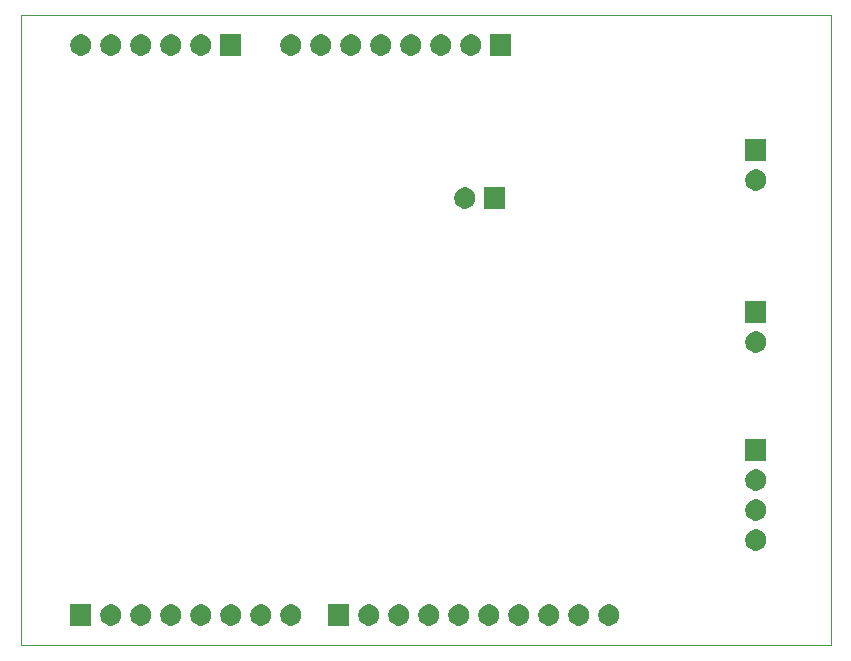
<source format=gbs>
G04 #@! TF.GenerationSoftware,KiCad,Pcbnew,(5.1.5)-2*
G04 #@! TF.CreationDate,2021-06-18T18:05:22+02:00*
G04 #@! TF.ProjectId,IMX_MULTIPROTOCOL,494d585f-4d55-44c5-9449-50524f544f43,rev?*
G04 #@! TF.SameCoordinates,Original*
G04 #@! TF.FileFunction,Soldermask,Bot*
G04 #@! TF.FilePolarity,Negative*
%FSLAX46Y46*%
G04 Gerber Fmt 4.6, Leading zero omitted, Abs format (unit mm)*
G04 Created by KiCad (PCBNEW (5.1.5)-2) date 2021-06-18 18:05:22*
%MOMM*%
%LPD*%
G04 APERTURE LIST*
%ADD10C,0.050000*%
%ADD11C,0.100000*%
G04 APERTURE END LIST*
D10*
X100000000Y-46700000D02*
X168600000Y-46700000D01*
X168600000Y-100000000D02*
X168600000Y-46700000D01*
X100000000Y-100000000D02*
X100000000Y-46700000D01*
X100000000Y-100000000D02*
X168600000Y-100000000D01*
D11*
G36*
X120453512Y-96563927D02*
G01*
X120602812Y-96593624D01*
X120766784Y-96661544D01*
X120914354Y-96760147D01*
X121039853Y-96885646D01*
X121138456Y-97033216D01*
X121206376Y-97197188D01*
X121241000Y-97371259D01*
X121241000Y-97548741D01*
X121206376Y-97722812D01*
X121138456Y-97886784D01*
X121039853Y-98034354D01*
X120914354Y-98159853D01*
X120766784Y-98258456D01*
X120602812Y-98326376D01*
X120453512Y-98356073D01*
X120428742Y-98361000D01*
X120251258Y-98361000D01*
X120226488Y-98356073D01*
X120077188Y-98326376D01*
X119913216Y-98258456D01*
X119765646Y-98159853D01*
X119640147Y-98034354D01*
X119541544Y-97886784D01*
X119473624Y-97722812D01*
X119439000Y-97548741D01*
X119439000Y-97371259D01*
X119473624Y-97197188D01*
X119541544Y-97033216D01*
X119640147Y-96885646D01*
X119765646Y-96760147D01*
X119913216Y-96661544D01*
X120077188Y-96593624D01*
X120226488Y-96563927D01*
X120251258Y-96559000D01*
X120428742Y-96559000D01*
X120453512Y-96563927D01*
G37*
G36*
X127845000Y-98361000D02*
G01*
X126043000Y-98361000D01*
X126043000Y-96559000D01*
X127845000Y-96559000D01*
X127845000Y-98361000D01*
G37*
G36*
X106001000Y-98361000D02*
G01*
X104199000Y-98361000D01*
X104199000Y-96559000D01*
X106001000Y-96559000D01*
X106001000Y-98361000D01*
G37*
G36*
X107753512Y-96563927D02*
G01*
X107902812Y-96593624D01*
X108066784Y-96661544D01*
X108214354Y-96760147D01*
X108339853Y-96885646D01*
X108438456Y-97033216D01*
X108506376Y-97197188D01*
X108541000Y-97371259D01*
X108541000Y-97548741D01*
X108506376Y-97722812D01*
X108438456Y-97886784D01*
X108339853Y-98034354D01*
X108214354Y-98159853D01*
X108066784Y-98258456D01*
X107902812Y-98326376D01*
X107753512Y-98356073D01*
X107728742Y-98361000D01*
X107551258Y-98361000D01*
X107526488Y-98356073D01*
X107377188Y-98326376D01*
X107213216Y-98258456D01*
X107065646Y-98159853D01*
X106940147Y-98034354D01*
X106841544Y-97886784D01*
X106773624Y-97722812D01*
X106739000Y-97548741D01*
X106739000Y-97371259D01*
X106773624Y-97197188D01*
X106841544Y-97033216D01*
X106940147Y-96885646D01*
X107065646Y-96760147D01*
X107213216Y-96661544D01*
X107377188Y-96593624D01*
X107526488Y-96563927D01*
X107551258Y-96559000D01*
X107728742Y-96559000D01*
X107753512Y-96563927D01*
G37*
G36*
X110293512Y-96563927D02*
G01*
X110442812Y-96593624D01*
X110606784Y-96661544D01*
X110754354Y-96760147D01*
X110879853Y-96885646D01*
X110978456Y-97033216D01*
X111046376Y-97197188D01*
X111081000Y-97371259D01*
X111081000Y-97548741D01*
X111046376Y-97722812D01*
X110978456Y-97886784D01*
X110879853Y-98034354D01*
X110754354Y-98159853D01*
X110606784Y-98258456D01*
X110442812Y-98326376D01*
X110293512Y-98356073D01*
X110268742Y-98361000D01*
X110091258Y-98361000D01*
X110066488Y-98356073D01*
X109917188Y-98326376D01*
X109753216Y-98258456D01*
X109605646Y-98159853D01*
X109480147Y-98034354D01*
X109381544Y-97886784D01*
X109313624Y-97722812D01*
X109279000Y-97548741D01*
X109279000Y-97371259D01*
X109313624Y-97197188D01*
X109381544Y-97033216D01*
X109480147Y-96885646D01*
X109605646Y-96760147D01*
X109753216Y-96661544D01*
X109917188Y-96593624D01*
X110066488Y-96563927D01*
X110091258Y-96559000D01*
X110268742Y-96559000D01*
X110293512Y-96563927D01*
G37*
G36*
X112833512Y-96563927D02*
G01*
X112982812Y-96593624D01*
X113146784Y-96661544D01*
X113294354Y-96760147D01*
X113419853Y-96885646D01*
X113518456Y-97033216D01*
X113586376Y-97197188D01*
X113621000Y-97371259D01*
X113621000Y-97548741D01*
X113586376Y-97722812D01*
X113518456Y-97886784D01*
X113419853Y-98034354D01*
X113294354Y-98159853D01*
X113146784Y-98258456D01*
X112982812Y-98326376D01*
X112833512Y-98356073D01*
X112808742Y-98361000D01*
X112631258Y-98361000D01*
X112606488Y-98356073D01*
X112457188Y-98326376D01*
X112293216Y-98258456D01*
X112145646Y-98159853D01*
X112020147Y-98034354D01*
X111921544Y-97886784D01*
X111853624Y-97722812D01*
X111819000Y-97548741D01*
X111819000Y-97371259D01*
X111853624Y-97197188D01*
X111921544Y-97033216D01*
X112020147Y-96885646D01*
X112145646Y-96760147D01*
X112293216Y-96661544D01*
X112457188Y-96593624D01*
X112606488Y-96563927D01*
X112631258Y-96559000D01*
X112808742Y-96559000D01*
X112833512Y-96563927D01*
G37*
G36*
X115373512Y-96563927D02*
G01*
X115522812Y-96593624D01*
X115686784Y-96661544D01*
X115834354Y-96760147D01*
X115959853Y-96885646D01*
X116058456Y-97033216D01*
X116126376Y-97197188D01*
X116161000Y-97371259D01*
X116161000Y-97548741D01*
X116126376Y-97722812D01*
X116058456Y-97886784D01*
X115959853Y-98034354D01*
X115834354Y-98159853D01*
X115686784Y-98258456D01*
X115522812Y-98326376D01*
X115373512Y-98356073D01*
X115348742Y-98361000D01*
X115171258Y-98361000D01*
X115146488Y-98356073D01*
X114997188Y-98326376D01*
X114833216Y-98258456D01*
X114685646Y-98159853D01*
X114560147Y-98034354D01*
X114461544Y-97886784D01*
X114393624Y-97722812D01*
X114359000Y-97548741D01*
X114359000Y-97371259D01*
X114393624Y-97197188D01*
X114461544Y-97033216D01*
X114560147Y-96885646D01*
X114685646Y-96760147D01*
X114833216Y-96661544D01*
X114997188Y-96593624D01*
X115146488Y-96563927D01*
X115171258Y-96559000D01*
X115348742Y-96559000D01*
X115373512Y-96563927D01*
G37*
G36*
X117913512Y-96563927D02*
G01*
X118062812Y-96593624D01*
X118226784Y-96661544D01*
X118374354Y-96760147D01*
X118499853Y-96885646D01*
X118598456Y-97033216D01*
X118666376Y-97197188D01*
X118701000Y-97371259D01*
X118701000Y-97548741D01*
X118666376Y-97722812D01*
X118598456Y-97886784D01*
X118499853Y-98034354D01*
X118374354Y-98159853D01*
X118226784Y-98258456D01*
X118062812Y-98326376D01*
X117913512Y-98356073D01*
X117888742Y-98361000D01*
X117711258Y-98361000D01*
X117686488Y-98356073D01*
X117537188Y-98326376D01*
X117373216Y-98258456D01*
X117225646Y-98159853D01*
X117100147Y-98034354D01*
X117001544Y-97886784D01*
X116933624Y-97722812D01*
X116899000Y-97548741D01*
X116899000Y-97371259D01*
X116933624Y-97197188D01*
X117001544Y-97033216D01*
X117100147Y-96885646D01*
X117225646Y-96760147D01*
X117373216Y-96661544D01*
X117537188Y-96593624D01*
X117686488Y-96563927D01*
X117711258Y-96559000D01*
X117888742Y-96559000D01*
X117913512Y-96563927D01*
G37*
G36*
X122993512Y-96563927D02*
G01*
X123142812Y-96593624D01*
X123306784Y-96661544D01*
X123454354Y-96760147D01*
X123579853Y-96885646D01*
X123678456Y-97033216D01*
X123746376Y-97197188D01*
X123781000Y-97371259D01*
X123781000Y-97548741D01*
X123746376Y-97722812D01*
X123678456Y-97886784D01*
X123579853Y-98034354D01*
X123454354Y-98159853D01*
X123306784Y-98258456D01*
X123142812Y-98326376D01*
X122993512Y-98356073D01*
X122968742Y-98361000D01*
X122791258Y-98361000D01*
X122766488Y-98356073D01*
X122617188Y-98326376D01*
X122453216Y-98258456D01*
X122305646Y-98159853D01*
X122180147Y-98034354D01*
X122081544Y-97886784D01*
X122013624Y-97722812D01*
X121979000Y-97548741D01*
X121979000Y-97371259D01*
X122013624Y-97197188D01*
X122081544Y-97033216D01*
X122180147Y-96885646D01*
X122305646Y-96760147D01*
X122453216Y-96661544D01*
X122617188Y-96593624D01*
X122766488Y-96563927D01*
X122791258Y-96559000D01*
X122968742Y-96559000D01*
X122993512Y-96563927D01*
G37*
G36*
X129597512Y-96563927D02*
G01*
X129746812Y-96593624D01*
X129910784Y-96661544D01*
X130058354Y-96760147D01*
X130183853Y-96885646D01*
X130282456Y-97033216D01*
X130350376Y-97197188D01*
X130385000Y-97371259D01*
X130385000Y-97548741D01*
X130350376Y-97722812D01*
X130282456Y-97886784D01*
X130183853Y-98034354D01*
X130058354Y-98159853D01*
X129910784Y-98258456D01*
X129746812Y-98326376D01*
X129597512Y-98356073D01*
X129572742Y-98361000D01*
X129395258Y-98361000D01*
X129370488Y-98356073D01*
X129221188Y-98326376D01*
X129057216Y-98258456D01*
X128909646Y-98159853D01*
X128784147Y-98034354D01*
X128685544Y-97886784D01*
X128617624Y-97722812D01*
X128583000Y-97548741D01*
X128583000Y-97371259D01*
X128617624Y-97197188D01*
X128685544Y-97033216D01*
X128784147Y-96885646D01*
X128909646Y-96760147D01*
X129057216Y-96661544D01*
X129221188Y-96593624D01*
X129370488Y-96563927D01*
X129395258Y-96559000D01*
X129572742Y-96559000D01*
X129597512Y-96563927D01*
G37*
G36*
X132137512Y-96563927D02*
G01*
X132286812Y-96593624D01*
X132450784Y-96661544D01*
X132598354Y-96760147D01*
X132723853Y-96885646D01*
X132822456Y-97033216D01*
X132890376Y-97197188D01*
X132925000Y-97371259D01*
X132925000Y-97548741D01*
X132890376Y-97722812D01*
X132822456Y-97886784D01*
X132723853Y-98034354D01*
X132598354Y-98159853D01*
X132450784Y-98258456D01*
X132286812Y-98326376D01*
X132137512Y-98356073D01*
X132112742Y-98361000D01*
X131935258Y-98361000D01*
X131910488Y-98356073D01*
X131761188Y-98326376D01*
X131597216Y-98258456D01*
X131449646Y-98159853D01*
X131324147Y-98034354D01*
X131225544Y-97886784D01*
X131157624Y-97722812D01*
X131123000Y-97548741D01*
X131123000Y-97371259D01*
X131157624Y-97197188D01*
X131225544Y-97033216D01*
X131324147Y-96885646D01*
X131449646Y-96760147D01*
X131597216Y-96661544D01*
X131761188Y-96593624D01*
X131910488Y-96563927D01*
X131935258Y-96559000D01*
X132112742Y-96559000D01*
X132137512Y-96563927D01*
G37*
G36*
X134677512Y-96563927D02*
G01*
X134826812Y-96593624D01*
X134990784Y-96661544D01*
X135138354Y-96760147D01*
X135263853Y-96885646D01*
X135362456Y-97033216D01*
X135430376Y-97197188D01*
X135465000Y-97371259D01*
X135465000Y-97548741D01*
X135430376Y-97722812D01*
X135362456Y-97886784D01*
X135263853Y-98034354D01*
X135138354Y-98159853D01*
X134990784Y-98258456D01*
X134826812Y-98326376D01*
X134677512Y-98356073D01*
X134652742Y-98361000D01*
X134475258Y-98361000D01*
X134450488Y-98356073D01*
X134301188Y-98326376D01*
X134137216Y-98258456D01*
X133989646Y-98159853D01*
X133864147Y-98034354D01*
X133765544Y-97886784D01*
X133697624Y-97722812D01*
X133663000Y-97548741D01*
X133663000Y-97371259D01*
X133697624Y-97197188D01*
X133765544Y-97033216D01*
X133864147Y-96885646D01*
X133989646Y-96760147D01*
X134137216Y-96661544D01*
X134301188Y-96593624D01*
X134450488Y-96563927D01*
X134475258Y-96559000D01*
X134652742Y-96559000D01*
X134677512Y-96563927D01*
G37*
G36*
X137217512Y-96563927D02*
G01*
X137366812Y-96593624D01*
X137530784Y-96661544D01*
X137678354Y-96760147D01*
X137803853Y-96885646D01*
X137902456Y-97033216D01*
X137970376Y-97197188D01*
X138005000Y-97371259D01*
X138005000Y-97548741D01*
X137970376Y-97722812D01*
X137902456Y-97886784D01*
X137803853Y-98034354D01*
X137678354Y-98159853D01*
X137530784Y-98258456D01*
X137366812Y-98326376D01*
X137217512Y-98356073D01*
X137192742Y-98361000D01*
X137015258Y-98361000D01*
X136990488Y-98356073D01*
X136841188Y-98326376D01*
X136677216Y-98258456D01*
X136529646Y-98159853D01*
X136404147Y-98034354D01*
X136305544Y-97886784D01*
X136237624Y-97722812D01*
X136203000Y-97548741D01*
X136203000Y-97371259D01*
X136237624Y-97197188D01*
X136305544Y-97033216D01*
X136404147Y-96885646D01*
X136529646Y-96760147D01*
X136677216Y-96661544D01*
X136841188Y-96593624D01*
X136990488Y-96563927D01*
X137015258Y-96559000D01*
X137192742Y-96559000D01*
X137217512Y-96563927D01*
G37*
G36*
X139757512Y-96563927D02*
G01*
X139906812Y-96593624D01*
X140070784Y-96661544D01*
X140218354Y-96760147D01*
X140343853Y-96885646D01*
X140442456Y-97033216D01*
X140510376Y-97197188D01*
X140545000Y-97371259D01*
X140545000Y-97548741D01*
X140510376Y-97722812D01*
X140442456Y-97886784D01*
X140343853Y-98034354D01*
X140218354Y-98159853D01*
X140070784Y-98258456D01*
X139906812Y-98326376D01*
X139757512Y-98356073D01*
X139732742Y-98361000D01*
X139555258Y-98361000D01*
X139530488Y-98356073D01*
X139381188Y-98326376D01*
X139217216Y-98258456D01*
X139069646Y-98159853D01*
X138944147Y-98034354D01*
X138845544Y-97886784D01*
X138777624Y-97722812D01*
X138743000Y-97548741D01*
X138743000Y-97371259D01*
X138777624Y-97197188D01*
X138845544Y-97033216D01*
X138944147Y-96885646D01*
X139069646Y-96760147D01*
X139217216Y-96661544D01*
X139381188Y-96593624D01*
X139530488Y-96563927D01*
X139555258Y-96559000D01*
X139732742Y-96559000D01*
X139757512Y-96563927D01*
G37*
G36*
X142297512Y-96563927D02*
G01*
X142446812Y-96593624D01*
X142610784Y-96661544D01*
X142758354Y-96760147D01*
X142883853Y-96885646D01*
X142982456Y-97033216D01*
X143050376Y-97197188D01*
X143085000Y-97371259D01*
X143085000Y-97548741D01*
X143050376Y-97722812D01*
X142982456Y-97886784D01*
X142883853Y-98034354D01*
X142758354Y-98159853D01*
X142610784Y-98258456D01*
X142446812Y-98326376D01*
X142297512Y-98356073D01*
X142272742Y-98361000D01*
X142095258Y-98361000D01*
X142070488Y-98356073D01*
X141921188Y-98326376D01*
X141757216Y-98258456D01*
X141609646Y-98159853D01*
X141484147Y-98034354D01*
X141385544Y-97886784D01*
X141317624Y-97722812D01*
X141283000Y-97548741D01*
X141283000Y-97371259D01*
X141317624Y-97197188D01*
X141385544Y-97033216D01*
X141484147Y-96885646D01*
X141609646Y-96760147D01*
X141757216Y-96661544D01*
X141921188Y-96593624D01*
X142070488Y-96563927D01*
X142095258Y-96559000D01*
X142272742Y-96559000D01*
X142297512Y-96563927D01*
G37*
G36*
X144837512Y-96563927D02*
G01*
X144986812Y-96593624D01*
X145150784Y-96661544D01*
X145298354Y-96760147D01*
X145423853Y-96885646D01*
X145522456Y-97033216D01*
X145590376Y-97197188D01*
X145625000Y-97371259D01*
X145625000Y-97548741D01*
X145590376Y-97722812D01*
X145522456Y-97886784D01*
X145423853Y-98034354D01*
X145298354Y-98159853D01*
X145150784Y-98258456D01*
X144986812Y-98326376D01*
X144837512Y-98356073D01*
X144812742Y-98361000D01*
X144635258Y-98361000D01*
X144610488Y-98356073D01*
X144461188Y-98326376D01*
X144297216Y-98258456D01*
X144149646Y-98159853D01*
X144024147Y-98034354D01*
X143925544Y-97886784D01*
X143857624Y-97722812D01*
X143823000Y-97548741D01*
X143823000Y-97371259D01*
X143857624Y-97197188D01*
X143925544Y-97033216D01*
X144024147Y-96885646D01*
X144149646Y-96760147D01*
X144297216Y-96661544D01*
X144461188Y-96593624D01*
X144610488Y-96563927D01*
X144635258Y-96559000D01*
X144812742Y-96559000D01*
X144837512Y-96563927D01*
G37*
G36*
X147377512Y-96563927D02*
G01*
X147526812Y-96593624D01*
X147690784Y-96661544D01*
X147838354Y-96760147D01*
X147963853Y-96885646D01*
X148062456Y-97033216D01*
X148130376Y-97197188D01*
X148165000Y-97371259D01*
X148165000Y-97548741D01*
X148130376Y-97722812D01*
X148062456Y-97886784D01*
X147963853Y-98034354D01*
X147838354Y-98159853D01*
X147690784Y-98258456D01*
X147526812Y-98326376D01*
X147377512Y-98356073D01*
X147352742Y-98361000D01*
X147175258Y-98361000D01*
X147150488Y-98356073D01*
X147001188Y-98326376D01*
X146837216Y-98258456D01*
X146689646Y-98159853D01*
X146564147Y-98034354D01*
X146465544Y-97886784D01*
X146397624Y-97722812D01*
X146363000Y-97548741D01*
X146363000Y-97371259D01*
X146397624Y-97197188D01*
X146465544Y-97033216D01*
X146564147Y-96885646D01*
X146689646Y-96760147D01*
X146837216Y-96661544D01*
X147001188Y-96593624D01*
X147150488Y-96563927D01*
X147175258Y-96559000D01*
X147352742Y-96559000D01*
X147377512Y-96563927D01*
G37*
G36*
X149917512Y-96563927D02*
G01*
X150066812Y-96593624D01*
X150230784Y-96661544D01*
X150378354Y-96760147D01*
X150503853Y-96885646D01*
X150602456Y-97033216D01*
X150670376Y-97197188D01*
X150705000Y-97371259D01*
X150705000Y-97548741D01*
X150670376Y-97722812D01*
X150602456Y-97886784D01*
X150503853Y-98034354D01*
X150378354Y-98159853D01*
X150230784Y-98258456D01*
X150066812Y-98326376D01*
X149917512Y-98356073D01*
X149892742Y-98361000D01*
X149715258Y-98361000D01*
X149690488Y-98356073D01*
X149541188Y-98326376D01*
X149377216Y-98258456D01*
X149229646Y-98159853D01*
X149104147Y-98034354D01*
X149005544Y-97886784D01*
X148937624Y-97722812D01*
X148903000Y-97548741D01*
X148903000Y-97371259D01*
X148937624Y-97197188D01*
X149005544Y-97033216D01*
X149104147Y-96885646D01*
X149229646Y-96760147D01*
X149377216Y-96661544D01*
X149541188Y-96593624D01*
X149690488Y-96563927D01*
X149715258Y-96559000D01*
X149892742Y-96559000D01*
X149917512Y-96563927D01*
G37*
G36*
X162363512Y-90213927D02*
G01*
X162512812Y-90243624D01*
X162676784Y-90311544D01*
X162824354Y-90410147D01*
X162949853Y-90535646D01*
X163048456Y-90683216D01*
X163116376Y-90847188D01*
X163151000Y-91021259D01*
X163151000Y-91198741D01*
X163116376Y-91372812D01*
X163048456Y-91536784D01*
X162949853Y-91684354D01*
X162824354Y-91809853D01*
X162676784Y-91908456D01*
X162512812Y-91976376D01*
X162363512Y-92006073D01*
X162338742Y-92011000D01*
X162161258Y-92011000D01*
X162136488Y-92006073D01*
X161987188Y-91976376D01*
X161823216Y-91908456D01*
X161675646Y-91809853D01*
X161550147Y-91684354D01*
X161451544Y-91536784D01*
X161383624Y-91372812D01*
X161349000Y-91198741D01*
X161349000Y-91021259D01*
X161383624Y-90847188D01*
X161451544Y-90683216D01*
X161550147Y-90535646D01*
X161675646Y-90410147D01*
X161823216Y-90311544D01*
X161987188Y-90243624D01*
X162136488Y-90213927D01*
X162161258Y-90209000D01*
X162338742Y-90209000D01*
X162363512Y-90213927D01*
G37*
G36*
X162363512Y-87673927D02*
G01*
X162512812Y-87703624D01*
X162676784Y-87771544D01*
X162824354Y-87870147D01*
X162949853Y-87995646D01*
X163048456Y-88143216D01*
X163116376Y-88307188D01*
X163151000Y-88481259D01*
X163151000Y-88658741D01*
X163116376Y-88832812D01*
X163048456Y-88996784D01*
X162949853Y-89144354D01*
X162824354Y-89269853D01*
X162676784Y-89368456D01*
X162512812Y-89436376D01*
X162363512Y-89466073D01*
X162338742Y-89471000D01*
X162161258Y-89471000D01*
X162136488Y-89466073D01*
X161987188Y-89436376D01*
X161823216Y-89368456D01*
X161675646Y-89269853D01*
X161550147Y-89144354D01*
X161451544Y-88996784D01*
X161383624Y-88832812D01*
X161349000Y-88658741D01*
X161349000Y-88481259D01*
X161383624Y-88307188D01*
X161451544Y-88143216D01*
X161550147Y-87995646D01*
X161675646Y-87870147D01*
X161823216Y-87771544D01*
X161987188Y-87703624D01*
X162136488Y-87673927D01*
X162161258Y-87669000D01*
X162338742Y-87669000D01*
X162363512Y-87673927D01*
G37*
G36*
X162363512Y-85133927D02*
G01*
X162512812Y-85163624D01*
X162676784Y-85231544D01*
X162824354Y-85330147D01*
X162949853Y-85455646D01*
X163048456Y-85603216D01*
X163116376Y-85767188D01*
X163151000Y-85941259D01*
X163151000Y-86118741D01*
X163116376Y-86292812D01*
X163048456Y-86456784D01*
X162949853Y-86604354D01*
X162824354Y-86729853D01*
X162676784Y-86828456D01*
X162512812Y-86896376D01*
X162363512Y-86926073D01*
X162338742Y-86931000D01*
X162161258Y-86931000D01*
X162136488Y-86926073D01*
X161987188Y-86896376D01*
X161823216Y-86828456D01*
X161675646Y-86729853D01*
X161550147Y-86604354D01*
X161451544Y-86456784D01*
X161383624Y-86292812D01*
X161349000Y-86118741D01*
X161349000Y-85941259D01*
X161383624Y-85767188D01*
X161451544Y-85603216D01*
X161550147Y-85455646D01*
X161675646Y-85330147D01*
X161823216Y-85231544D01*
X161987188Y-85163624D01*
X162136488Y-85133927D01*
X162161258Y-85129000D01*
X162338742Y-85129000D01*
X162363512Y-85133927D01*
G37*
G36*
X163151000Y-84391000D02*
G01*
X161349000Y-84391000D01*
X161349000Y-82589000D01*
X163151000Y-82589000D01*
X163151000Y-84391000D01*
G37*
G36*
X162363512Y-73449927D02*
G01*
X162512812Y-73479624D01*
X162676784Y-73547544D01*
X162824354Y-73646147D01*
X162949853Y-73771646D01*
X163048456Y-73919216D01*
X163116376Y-74083188D01*
X163151000Y-74257259D01*
X163151000Y-74434741D01*
X163116376Y-74608812D01*
X163048456Y-74772784D01*
X162949853Y-74920354D01*
X162824354Y-75045853D01*
X162676784Y-75144456D01*
X162512812Y-75212376D01*
X162363512Y-75242073D01*
X162338742Y-75247000D01*
X162161258Y-75247000D01*
X162136488Y-75242073D01*
X161987188Y-75212376D01*
X161823216Y-75144456D01*
X161675646Y-75045853D01*
X161550147Y-74920354D01*
X161451544Y-74772784D01*
X161383624Y-74608812D01*
X161349000Y-74434741D01*
X161349000Y-74257259D01*
X161383624Y-74083188D01*
X161451544Y-73919216D01*
X161550147Y-73771646D01*
X161675646Y-73646147D01*
X161823216Y-73547544D01*
X161987188Y-73479624D01*
X162136488Y-73449927D01*
X162161258Y-73445000D01*
X162338742Y-73445000D01*
X162363512Y-73449927D01*
G37*
G36*
X163151000Y-72707000D02*
G01*
X161349000Y-72707000D01*
X161349000Y-70905000D01*
X163151000Y-70905000D01*
X163151000Y-72707000D01*
G37*
G36*
X137725512Y-61257927D02*
G01*
X137874812Y-61287624D01*
X138038784Y-61355544D01*
X138186354Y-61454147D01*
X138311853Y-61579646D01*
X138410456Y-61727216D01*
X138478376Y-61891188D01*
X138513000Y-62065259D01*
X138513000Y-62242741D01*
X138478376Y-62416812D01*
X138410456Y-62580784D01*
X138311853Y-62728354D01*
X138186354Y-62853853D01*
X138038784Y-62952456D01*
X137874812Y-63020376D01*
X137725512Y-63050073D01*
X137700742Y-63055000D01*
X137523258Y-63055000D01*
X137498488Y-63050073D01*
X137349188Y-63020376D01*
X137185216Y-62952456D01*
X137037646Y-62853853D01*
X136912147Y-62728354D01*
X136813544Y-62580784D01*
X136745624Y-62416812D01*
X136711000Y-62242741D01*
X136711000Y-62065259D01*
X136745624Y-61891188D01*
X136813544Y-61727216D01*
X136912147Y-61579646D01*
X137037646Y-61454147D01*
X137185216Y-61355544D01*
X137349188Y-61287624D01*
X137498488Y-61257927D01*
X137523258Y-61253000D01*
X137700742Y-61253000D01*
X137725512Y-61257927D01*
G37*
G36*
X141053000Y-63055000D02*
G01*
X139251000Y-63055000D01*
X139251000Y-61253000D01*
X141053000Y-61253000D01*
X141053000Y-63055000D01*
G37*
G36*
X162363512Y-59733927D02*
G01*
X162512812Y-59763624D01*
X162676784Y-59831544D01*
X162824354Y-59930147D01*
X162949853Y-60055646D01*
X163048456Y-60203216D01*
X163116376Y-60367188D01*
X163151000Y-60541259D01*
X163151000Y-60718741D01*
X163116376Y-60892812D01*
X163048456Y-61056784D01*
X162949853Y-61204354D01*
X162824354Y-61329853D01*
X162676784Y-61428456D01*
X162512812Y-61496376D01*
X162363512Y-61526073D01*
X162338742Y-61531000D01*
X162161258Y-61531000D01*
X162136488Y-61526073D01*
X161987188Y-61496376D01*
X161823216Y-61428456D01*
X161675646Y-61329853D01*
X161550147Y-61204354D01*
X161451544Y-61056784D01*
X161383624Y-60892812D01*
X161349000Y-60718741D01*
X161349000Y-60541259D01*
X161383624Y-60367188D01*
X161451544Y-60203216D01*
X161550147Y-60055646D01*
X161675646Y-59930147D01*
X161823216Y-59831544D01*
X161987188Y-59763624D01*
X162136488Y-59733927D01*
X162161258Y-59729000D01*
X162338742Y-59729000D01*
X162363512Y-59733927D01*
G37*
G36*
X163151000Y-58991000D02*
G01*
X161349000Y-58991000D01*
X161349000Y-57189000D01*
X163151000Y-57189000D01*
X163151000Y-58991000D01*
G37*
G36*
X130613512Y-48303927D02*
G01*
X130762812Y-48333624D01*
X130926784Y-48401544D01*
X131074354Y-48500147D01*
X131199853Y-48625646D01*
X131298456Y-48773216D01*
X131366376Y-48937188D01*
X131401000Y-49111259D01*
X131401000Y-49288741D01*
X131366376Y-49462812D01*
X131298456Y-49626784D01*
X131199853Y-49774354D01*
X131074354Y-49899853D01*
X130926784Y-49998456D01*
X130762812Y-50066376D01*
X130613512Y-50096073D01*
X130588742Y-50101000D01*
X130411258Y-50101000D01*
X130386488Y-50096073D01*
X130237188Y-50066376D01*
X130073216Y-49998456D01*
X129925646Y-49899853D01*
X129800147Y-49774354D01*
X129701544Y-49626784D01*
X129633624Y-49462812D01*
X129599000Y-49288741D01*
X129599000Y-49111259D01*
X129633624Y-48937188D01*
X129701544Y-48773216D01*
X129800147Y-48625646D01*
X129925646Y-48500147D01*
X130073216Y-48401544D01*
X130237188Y-48333624D01*
X130386488Y-48303927D01*
X130411258Y-48299000D01*
X130588742Y-48299000D01*
X130613512Y-48303927D01*
G37*
G36*
X128073512Y-48303927D02*
G01*
X128222812Y-48333624D01*
X128386784Y-48401544D01*
X128534354Y-48500147D01*
X128659853Y-48625646D01*
X128758456Y-48773216D01*
X128826376Y-48937188D01*
X128861000Y-49111259D01*
X128861000Y-49288741D01*
X128826376Y-49462812D01*
X128758456Y-49626784D01*
X128659853Y-49774354D01*
X128534354Y-49899853D01*
X128386784Y-49998456D01*
X128222812Y-50066376D01*
X128073512Y-50096073D01*
X128048742Y-50101000D01*
X127871258Y-50101000D01*
X127846488Y-50096073D01*
X127697188Y-50066376D01*
X127533216Y-49998456D01*
X127385646Y-49899853D01*
X127260147Y-49774354D01*
X127161544Y-49626784D01*
X127093624Y-49462812D01*
X127059000Y-49288741D01*
X127059000Y-49111259D01*
X127093624Y-48937188D01*
X127161544Y-48773216D01*
X127260147Y-48625646D01*
X127385646Y-48500147D01*
X127533216Y-48401544D01*
X127697188Y-48333624D01*
X127846488Y-48303927D01*
X127871258Y-48299000D01*
X128048742Y-48299000D01*
X128073512Y-48303927D01*
G37*
G36*
X125533512Y-48303927D02*
G01*
X125682812Y-48333624D01*
X125846784Y-48401544D01*
X125994354Y-48500147D01*
X126119853Y-48625646D01*
X126218456Y-48773216D01*
X126286376Y-48937188D01*
X126321000Y-49111259D01*
X126321000Y-49288741D01*
X126286376Y-49462812D01*
X126218456Y-49626784D01*
X126119853Y-49774354D01*
X125994354Y-49899853D01*
X125846784Y-49998456D01*
X125682812Y-50066376D01*
X125533512Y-50096073D01*
X125508742Y-50101000D01*
X125331258Y-50101000D01*
X125306488Y-50096073D01*
X125157188Y-50066376D01*
X124993216Y-49998456D01*
X124845646Y-49899853D01*
X124720147Y-49774354D01*
X124621544Y-49626784D01*
X124553624Y-49462812D01*
X124519000Y-49288741D01*
X124519000Y-49111259D01*
X124553624Y-48937188D01*
X124621544Y-48773216D01*
X124720147Y-48625646D01*
X124845646Y-48500147D01*
X124993216Y-48401544D01*
X125157188Y-48333624D01*
X125306488Y-48303927D01*
X125331258Y-48299000D01*
X125508742Y-48299000D01*
X125533512Y-48303927D01*
G37*
G36*
X122993512Y-48303927D02*
G01*
X123142812Y-48333624D01*
X123306784Y-48401544D01*
X123454354Y-48500147D01*
X123579853Y-48625646D01*
X123678456Y-48773216D01*
X123746376Y-48937188D01*
X123781000Y-49111259D01*
X123781000Y-49288741D01*
X123746376Y-49462812D01*
X123678456Y-49626784D01*
X123579853Y-49774354D01*
X123454354Y-49899853D01*
X123306784Y-49998456D01*
X123142812Y-50066376D01*
X122993512Y-50096073D01*
X122968742Y-50101000D01*
X122791258Y-50101000D01*
X122766488Y-50096073D01*
X122617188Y-50066376D01*
X122453216Y-49998456D01*
X122305646Y-49899853D01*
X122180147Y-49774354D01*
X122081544Y-49626784D01*
X122013624Y-49462812D01*
X121979000Y-49288741D01*
X121979000Y-49111259D01*
X122013624Y-48937188D01*
X122081544Y-48773216D01*
X122180147Y-48625646D01*
X122305646Y-48500147D01*
X122453216Y-48401544D01*
X122617188Y-48333624D01*
X122766488Y-48303927D01*
X122791258Y-48299000D01*
X122968742Y-48299000D01*
X122993512Y-48303927D01*
G37*
G36*
X141561000Y-50101000D02*
G01*
X139759000Y-50101000D01*
X139759000Y-48299000D01*
X141561000Y-48299000D01*
X141561000Y-50101000D01*
G37*
G36*
X118701000Y-50101000D02*
G01*
X116899000Y-50101000D01*
X116899000Y-48299000D01*
X118701000Y-48299000D01*
X118701000Y-50101000D01*
G37*
G36*
X115373512Y-48303927D02*
G01*
X115522812Y-48333624D01*
X115686784Y-48401544D01*
X115834354Y-48500147D01*
X115959853Y-48625646D01*
X116058456Y-48773216D01*
X116126376Y-48937188D01*
X116161000Y-49111259D01*
X116161000Y-49288741D01*
X116126376Y-49462812D01*
X116058456Y-49626784D01*
X115959853Y-49774354D01*
X115834354Y-49899853D01*
X115686784Y-49998456D01*
X115522812Y-50066376D01*
X115373512Y-50096073D01*
X115348742Y-50101000D01*
X115171258Y-50101000D01*
X115146488Y-50096073D01*
X114997188Y-50066376D01*
X114833216Y-49998456D01*
X114685646Y-49899853D01*
X114560147Y-49774354D01*
X114461544Y-49626784D01*
X114393624Y-49462812D01*
X114359000Y-49288741D01*
X114359000Y-49111259D01*
X114393624Y-48937188D01*
X114461544Y-48773216D01*
X114560147Y-48625646D01*
X114685646Y-48500147D01*
X114833216Y-48401544D01*
X114997188Y-48333624D01*
X115146488Y-48303927D01*
X115171258Y-48299000D01*
X115348742Y-48299000D01*
X115373512Y-48303927D01*
G37*
G36*
X112833512Y-48303927D02*
G01*
X112982812Y-48333624D01*
X113146784Y-48401544D01*
X113294354Y-48500147D01*
X113419853Y-48625646D01*
X113518456Y-48773216D01*
X113586376Y-48937188D01*
X113621000Y-49111259D01*
X113621000Y-49288741D01*
X113586376Y-49462812D01*
X113518456Y-49626784D01*
X113419853Y-49774354D01*
X113294354Y-49899853D01*
X113146784Y-49998456D01*
X112982812Y-50066376D01*
X112833512Y-50096073D01*
X112808742Y-50101000D01*
X112631258Y-50101000D01*
X112606488Y-50096073D01*
X112457188Y-50066376D01*
X112293216Y-49998456D01*
X112145646Y-49899853D01*
X112020147Y-49774354D01*
X111921544Y-49626784D01*
X111853624Y-49462812D01*
X111819000Y-49288741D01*
X111819000Y-49111259D01*
X111853624Y-48937188D01*
X111921544Y-48773216D01*
X112020147Y-48625646D01*
X112145646Y-48500147D01*
X112293216Y-48401544D01*
X112457188Y-48333624D01*
X112606488Y-48303927D01*
X112631258Y-48299000D01*
X112808742Y-48299000D01*
X112833512Y-48303927D01*
G37*
G36*
X110293512Y-48303927D02*
G01*
X110442812Y-48333624D01*
X110606784Y-48401544D01*
X110754354Y-48500147D01*
X110879853Y-48625646D01*
X110978456Y-48773216D01*
X111046376Y-48937188D01*
X111081000Y-49111259D01*
X111081000Y-49288741D01*
X111046376Y-49462812D01*
X110978456Y-49626784D01*
X110879853Y-49774354D01*
X110754354Y-49899853D01*
X110606784Y-49998456D01*
X110442812Y-50066376D01*
X110293512Y-50096073D01*
X110268742Y-50101000D01*
X110091258Y-50101000D01*
X110066488Y-50096073D01*
X109917188Y-50066376D01*
X109753216Y-49998456D01*
X109605646Y-49899853D01*
X109480147Y-49774354D01*
X109381544Y-49626784D01*
X109313624Y-49462812D01*
X109279000Y-49288741D01*
X109279000Y-49111259D01*
X109313624Y-48937188D01*
X109381544Y-48773216D01*
X109480147Y-48625646D01*
X109605646Y-48500147D01*
X109753216Y-48401544D01*
X109917188Y-48333624D01*
X110066488Y-48303927D01*
X110091258Y-48299000D01*
X110268742Y-48299000D01*
X110293512Y-48303927D01*
G37*
G36*
X107753512Y-48303927D02*
G01*
X107902812Y-48333624D01*
X108066784Y-48401544D01*
X108214354Y-48500147D01*
X108339853Y-48625646D01*
X108438456Y-48773216D01*
X108506376Y-48937188D01*
X108541000Y-49111259D01*
X108541000Y-49288741D01*
X108506376Y-49462812D01*
X108438456Y-49626784D01*
X108339853Y-49774354D01*
X108214354Y-49899853D01*
X108066784Y-49998456D01*
X107902812Y-50066376D01*
X107753512Y-50096073D01*
X107728742Y-50101000D01*
X107551258Y-50101000D01*
X107526488Y-50096073D01*
X107377188Y-50066376D01*
X107213216Y-49998456D01*
X107065646Y-49899853D01*
X106940147Y-49774354D01*
X106841544Y-49626784D01*
X106773624Y-49462812D01*
X106739000Y-49288741D01*
X106739000Y-49111259D01*
X106773624Y-48937188D01*
X106841544Y-48773216D01*
X106940147Y-48625646D01*
X107065646Y-48500147D01*
X107213216Y-48401544D01*
X107377188Y-48333624D01*
X107526488Y-48303927D01*
X107551258Y-48299000D01*
X107728742Y-48299000D01*
X107753512Y-48303927D01*
G37*
G36*
X105213512Y-48303927D02*
G01*
X105362812Y-48333624D01*
X105526784Y-48401544D01*
X105674354Y-48500147D01*
X105799853Y-48625646D01*
X105898456Y-48773216D01*
X105966376Y-48937188D01*
X106001000Y-49111259D01*
X106001000Y-49288741D01*
X105966376Y-49462812D01*
X105898456Y-49626784D01*
X105799853Y-49774354D01*
X105674354Y-49899853D01*
X105526784Y-49998456D01*
X105362812Y-50066376D01*
X105213512Y-50096073D01*
X105188742Y-50101000D01*
X105011258Y-50101000D01*
X104986488Y-50096073D01*
X104837188Y-50066376D01*
X104673216Y-49998456D01*
X104525646Y-49899853D01*
X104400147Y-49774354D01*
X104301544Y-49626784D01*
X104233624Y-49462812D01*
X104199000Y-49288741D01*
X104199000Y-49111259D01*
X104233624Y-48937188D01*
X104301544Y-48773216D01*
X104400147Y-48625646D01*
X104525646Y-48500147D01*
X104673216Y-48401544D01*
X104837188Y-48333624D01*
X104986488Y-48303927D01*
X105011258Y-48299000D01*
X105188742Y-48299000D01*
X105213512Y-48303927D01*
G37*
G36*
X138233512Y-48303927D02*
G01*
X138382812Y-48333624D01*
X138546784Y-48401544D01*
X138694354Y-48500147D01*
X138819853Y-48625646D01*
X138918456Y-48773216D01*
X138986376Y-48937188D01*
X139021000Y-49111259D01*
X139021000Y-49288741D01*
X138986376Y-49462812D01*
X138918456Y-49626784D01*
X138819853Y-49774354D01*
X138694354Y-49899853D01*
X138546784Y-49998456D01*
X138382812Y-50066376D01*
X138233512Y-50096073D01*
X138208742Y-50101000D01*
X138031258Y-50101000D01*
X138006488Y-50096073D01*
X137857188Y-50066376D01*
X137693216Y-49998456D01*
X137545646Y-49899853D01*
X137420147Y-49774354D01*
X137321544Y-49626784D01*
X137253624Y-49462812D01*
X137219000Y-49288741D01*
X137219000Y-49111259D01*
X137253624Y-48937188D01*
X137321544Y-48773216D01*
X137420147Y-48625646D01*
X137545646Y-48500147D01*
X137693216Y-48401544D01*
X137857188Y-48333624D01*
X138006488Y-48303927D01*
X138031258Y-48299000D01*
X138208742Y-48299000D01*
X138233512Y-48303927D01*
G37*
G36*
X135693512Y-48303927D02*
G01*
X135842812Y-48333624D01*
X136006784Y-48401544D01*
X136154354Y-48500147D01*
X136279853Y-48625646D01*
X136378456Y-48773216D01*
X136446376Y-48937188D01*
X136481000Y-49111259D01*
X136481000Y-49288741D01*
X136446376Y-49462812D01*
X136378456Y-49626784D01*
X136279853Y-49774354D01*
X136154354Y-49899853D01*
X136006784Y-49998456D01*
X135842812Y-50066376D01*
X135693512Y-50096073D01*
X135668742Y-50101000D01*
X135491258Y-50101000D01*
X135466488Y-50096073D01*
X135317188Y-50066376D01*
X135153216Y-49998456D01*
X135005646Y-49899853D01*
X134880147Y-49774354D01*
X134781544Y-49626784D01*
X134713624Y-49462812D01*
X134679000Y-49288741D01*
X134679000Y-49111259D01*
X134713624Y-48937188D01*
X134781544Y-48773216D01*
X134880147Y-48625646D01*
X135005646Y-48500147D01*
X135153216Y-48401544D01*
X135317188Y-48333624D01*
X135466488Y-48303927D01*
X135491258Y-48299000D01*
X135668742Y-48299000D01*
X135693512Y-48303927D01*
G37*
G36*
X133153512Y-48303927D02*
G01*
X133302812Y-48333624D01*
X133466784Y-48401544D01*
X133614354Y-48500147D01*
X133739853Y-48625646D01*
X133838456Y-48773216D01*
X133906376Y-48937188D01*
X133941000Y-49111259D01*
X133941000Y-49288741D01*
X133906376Y-49462812D01*
X133838456Y-49626784D01*
X133739853Y-49774354D01*
X133614354Y-49899853D01*
X133466784Y-49998456D01*
X133302812Y-50066376D01*
X133153512Y-50096073D01*
X133128742Y-50101000D01*
X132951258Y-50101000D01*
X132926488Y-50096073D01*
X132777188Y-50066376D01*
X132613216Y-49998456D01*
X132465646Y-49899853D01*
X132340147Y-49774354D01*
X132241544Y-49626784D01*
X132173624Y-49462812D01*
X132139000Y-49288741D01*
X132139000Y-49111259D01*
X132173624Y-48937188D01*
X132241544Y-48773216D01*
X132340147Y-48625646D01*
X132465646Y-48500147D01*
X132613216Y-48401544D01*
X132777188Y-48333624D01*
X132926488Y-48303927D01*
X132951258Y-48299000D01*
X133128742Y-48299000D01*
X133153512Y-48303927D01*
G37*
M02*

</source>
